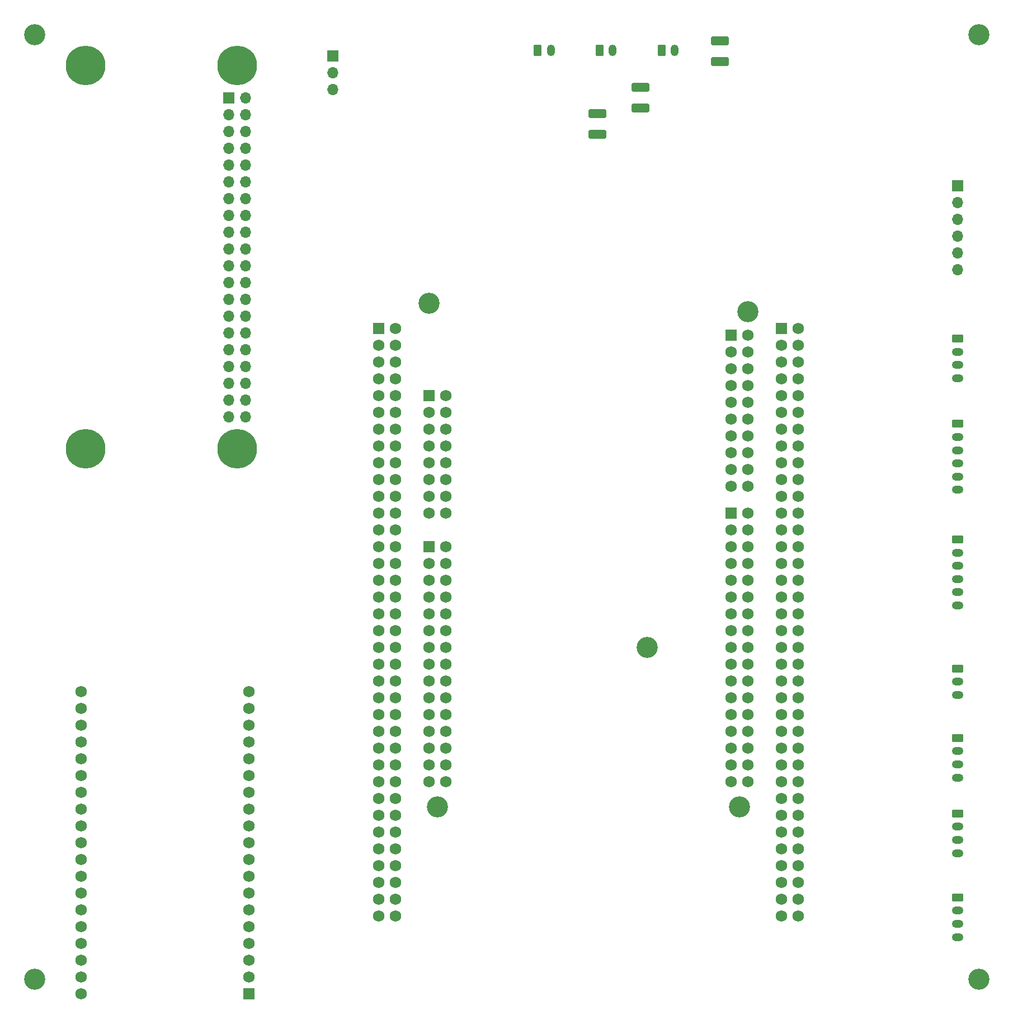
<source format=gbs>
G04 #@! TF.GenerationSoftware,KiCad,Pcbnew,7.0.10*
G04 #@! TF.CreationDate,2024-03-01T12:45:03+01:00*
G04 #@! TF.ProjectId,zapdos,7a617064-6f73-42e6-9b69-6361645f7063,rev?*
G04 #@! TF.SameCoordinates,Original*
G04 #@! TF.FileFunction,Soldermask,Bot*
G04 #@! TF.FilePolarity,Negative*
%FSLAX46Y46*%
G04 Gerber Fmt 4.6, Leading zero omitted, Abs format (unit mm)*
G04 Created by KiCad (PCBNEW 7.0.10) date 2024-03-01 12:45:03*
%MOMM*%
%LPD*%
G01*
G04 APERTURE LIST*
G04 Aperture macros list*
%AMRoundRect*
0 Rectangle with rounded corners*
0 $1 Rounding radius*
0 $2 $3 $4 $5 $6 $7 $8 $9 X,Y pos of 4 corners*
0 Add a 4 corners polygon primitive as box body*
4,1,4,$2,$3,$4,$5,$6,$7,$8,$9,$2,$3,0*
0 Add four circle primitives for the rounded corners*
1,1,$1+$1,$2,$3*
1,1,$1+$1,$4,$5*
1,1,$1+$1,$6,$7*
1,1,$1+$1,$8,$9*
0 Add four rect primitives between the rounded corners*
20,1,$1+$1,$2,$3,$4,$5,0*
20,1,$1+$1,$4,$5,$6,$7,0*
20,1,$1+$1,$6,$7,$8,$9,0*
20,1,$1+$1,$8,$9,$2,$3,0*%
G04 Aperture macros list end*
%ADD10RoundRect,0.250000X-0.625000X0.350000X-0.625000X-0.350000X0.625000X-0.350000X0.625000X0.350000X0*%
%ADD11O,1.750000X1.200000*%
%ADD12RoundRect,0.102000X0.765000X0.765000X-0.765000X0.765000X-0.765000X-0.765000X0.765000X-0.765000X0*%
%ADD13C,1.734000*%
%ADD14RoundRect,0.250000X-1.100000X0.412500X-1.100000X-0.412500X1.100000X-0.412500X1.100000X0.412500X0*%
%ADD15C,3.200000*%
%ADD16R,1.700000X1.700000*%
%ADD17O,1.700000X1.700000*%
%ADD18RoundRect,0.250000X-0.350000X-0.625000X0.350000X-0.625000X0.350000X0.625000X-0.350000X0.625000X0*%
%ADD19O,1.200000X1.750000*%
%ADD20C,6.000000*%
%ADD21RoundRect,0.102000X-0.765000X-0.765000X0.765000X-0.765000X0.765000X0.765000X-0.765000X0.765000X0*%
G04 APERTURE END LIST*
D10*
X174000000Y-72000000D03*
D11*
X174000000Y-74000000D03*
X174000000Y-76000000D03*
X174000000Y-78000000D03*
D12*
X66675000Y-171165000D03*
D13*
X66675000Y-168625000D03*
X66675000Y-166085000D03*
X66675000Y-163545000D03*
X66675000Y-161005000D03*
X66675000Y-158465000D03*
X66675000Y-155925000D03*
X66675000Y-153385000D03*
X66675000Y-150845000D03*
X66675000Y-148305000D03*
X66675000Y-145765000D03*
X66675000Y-143225000D03*
X66675000Y-140685000D03*
X66675000Y-138145000D03*
X66675000Y-135605000D03*
X66675000Y-133065000D03*
X66675000Y-130525000D03*
X66675000Y-127985000D03*
X66675000Y-125445000D03*
X41275000Y-125445000D03*
X41275000Y-127985000D03*
X41275000Y-130525000D03*
X41275000Y-133065000D03*
X41275000Y-135605000D03*
X41275000Y-138145000D03*
X41275000Y-140685000D03*
X41275000Y-143225000D03*
X41275000Y-145765000D03*
X41275000Y-148305000D03*
X41275000Y-150845000D03*
X41275000Y-153385000D03*
X41275000Y-155925000D03*
X41275000Y-158465000D03*
X41275000Y-161005000D03*
X41275000Y-163545000D03*
X41275000Y-166085000D03*
X41275000Y-168625000D03*
X41275000Y-171165000D03*
D14*
X138000000Y-26937500D03*
X138000000Y-30062500D03*
X119500000Y-41062500D03*
X119500000Y-37937500D03*
X126000000Y-34000000D03*
X126000000Y-37125000D03*
D15*
X34290000Y-168910000D03*
D16*
X79375000Y-29210000D03*
D17*
X79375000Y-31750000D03*
X79375000Y-34290000D03*
D10*
X173990000Y-156560000D03*
D11*
X173990000Y-158560000D03*
X173990000Y-160560000D03*
X173990000Y-162560000D03*
D16*
X173990000Y-48895000D03*
D17*
X173990000Y-51435000D03*
X173990000Y-53975000D03*
X173990000Y-56515000D03*
X173990000Y-59055000D03*
X173990000Y-61595000D03*
D10*
X173990000Y-132430000D03*
D11*
X173990000Y-134430000D03*
X173990000Y-136430000D03*
X173990000Y-138430000D03*
D18*
X129175000Y-28390000D03*
D19*
X131175000Y-28390000D03*
D10*
X173990000Y-121920000D03*
D11*
X173990000Y-123920000D03*
X173990000Y-125920000D03*
D10*
X173990000Y-84900000D03*
D11*
X173990000Y-86900000D03*
X173990000Y-88900000D03*
X173990000Y-90900000D03*
X173990000Y-92900000D03*
X173990000Y-94900000D03*
D15*
X177165000Y-168910000D03*
D10*
X173990000Y-102395000D03*
D11*
X173990000Y-104395000D03*
X173990000Y-106395000D03*
X173990000Y-108395000D03*
X173990000Y-110395000D03*
X173990000Y-112395000D03*
D18*
X119785000Y-28390000D03*
D19*
X121785000Y-28390000D03*
D15*
X177165000Y-26035000D03*
X34290000Y-26035000D03*
D18*
X110395000Y-28390000D03*
D19*
X112395000Y-28390000D03*
D20*
X41970000Y-30690000D03*
X41970000Y-88690000D03*
X64970000Y-30690000D03*
X64970000Y-88690000D03*
D16*
X63700000Y-35560000D03*
D17*
X66240000Y-35560000D03*
X63700000Y-38100000D03*
X66240000Y-38100000D03*
X63700000Y-40640000D03*
X66240000Y-40640000D03*
X63700000Y-43180000D03*
X66240000Y-43180000D03*
X63700000Y-45720000D03*
X66240000Y-45720000D03*
X63700000Y-48260000D03*
X66240000Y-48260000D03*
X63700000Y-50800000D03*
X66240000Y-50800000D03*
X63700000Y-53340000D03*
X66240000Y-53340000D03*
X63700000Y-55880000D03*
X66240000Y-55880000D03*
X63700000Y-58420000D03*
X66240000Y-58420000D03*
X63700000Y-60960000D03*
X66240000Y-60960000D03*
X63700000Y-63500000D03*
X66240000Y-63500000D03*
X63700000Y-66040000D03*
X66240000Y-66040000D03*
X63700000Y-68580000D03*
X66240000Y-68580000D03*
X63700000Y-71120000D03*
X66240000Y-71120000D03*
X63700000Y-73660000D03*
X66240000Y-73660000D03*
X63700000Y-76200000D03*
X66240000Y-76200000D03*
X63700000Y-78740000D03*
X66240000Y-78740000D03*
X63700000Y-81280000D03*
X66240000Y-81280000D03*
X63700000Y-83820000D03*
X66240000Y-83820000D03*
D15*
X93980000Y-66675000D03*
X95250000Y-142875000D03*
X127000000Y-118745000D03*
X140970000Y-142875000D03*
X142240000Y-67945000D03*
D21*
X139700000Y-71501000D03*
D13*
X142240000Y-71501000D03*
X139700000Y-74041000D03*
X142240000Y-74041000D03*
X139700000Y-76581000D03*
X142240000Y-76581000D03*
X139700000Y-79121000D03*
X142240000Y-79121000D03*
X139700000Y-81661000D03*
X142240000Y-81661000D03*
X139700000Y-84201000D03*
X142240000Y-84201000D03*
X139700000Y-86741000D03*
X142240000Y-86741000D03*
X139700000Y-89281000D03*
X142240000Y-89281000D03*
X139700000Y-91821000D03*
X142240000Y-91821000D03*
X139700000Y-94361000D03*
X142240000Y-94361000D03*
D21*
X93980000Y-80645000D03*
D13*
X96520000Y-80645000D03*
X93980000Y-83185000D03*
X96520000Y-83185000D03*
X93980000Y-85725000D03*
X96520000Y-85725000D03*
X93980000Y-88265000D03*
X96520000Y-88265000D03*
X93980000Y-90805000D03*
X96520000Y-90805000D03*
X93980000Y-93345000D03*
X96520000Y-93345000D03*
X93980000Y-95885000D03*
X96520000Y-95885000D03*
X93980000Y-98425000D03*
X96520000Y-98425000D03*
D21*
X93980000Y-103505000D03*
D13*
X96520000Y-103505000D03*
X93980000Y-106045000D03*
X96520000Y-106045000D03*
X93980000Y-108585000D03*
X96520000Y-108585000D03*
X93980000Y-111125000D03*
X96520000Y-111125000D03*
X93980000Y-113665000D03*
X96520000Y-113665000D03*
X93980000Y-116205000D03*
X96520000Y-116205000D03*
X93980000Y-118745000D03*
X96520000Y-118745000D03*
X93980000Y-121285000D03*
X96520000Y-121285000D03*
X93980000Y-123825000D03*
X96520000Y-123825000D03*
X93980000Y-126365000D03*
X96520000Y-126365000D03*
X93980000Y-128905000D03*
X96520000Y-128905000D03*
X93980000Y-131445000D03*
X96520000Y-131445000D03*
X93980000Y-133985000D03*
X96520000Y-133985000D03*
X93980000Y-136525000D03*
X96520000Y-136525000D03*
X93980000Y-139065000D03*
X96520000Y-139065000D03*
D21*
X139700000Y-98425000D03*
D13*
X142240000Y-98425000D03*
X139700000Y-100965000D03*
X142240000Y-100965000D03*
X139700000Y-103505000D03*
X142240000Y-103505000D03*
X139700000Y-106045000D03*
X142240000Y-106045000D03*
X139700000Y-108585000D03*
X142240000Y-108585000D03*
X139700000Y-111125000D03*
X142240000Y-111125000D03*
X139700000Y-113665000D03*
X142240000Y-113665000D03*
X139700000Y-116205000D03*
X142240000Y-116205000D03*
X139700000Y-118745000D03*
X142240000Y-118745000D03*
X139700000Y-121285000D03*
X142240000Y-121285000D03*
X139700000Y-123825000D03*
X142240000Y-123825000D03*
X139700000Y-126365000D03*
X142240000Y-126365000D03*
X139700000Y-128905000D03*
X142240000Y-128905000D03*
X139700000Y-131445000D03*
X142240000Y-131445000D03*
X139700000Y-133985000D03*
X142240000Y-133985000D03*
X139700000Y-136525000D03*
X142240000Y-136525000D03*
X139700000Y-139065000D03*
X142240000Y-139065000D03*
D21*
X86360000Y-70485000D03*
D13*
X88900000Y-70485000D03*
X86360000Y-73025000D03*
X88900000Y-73025000D03*
X86360000Y-75565000D03*
X88900000Y-75565000D03*
X86360000Y-78105000D03*
X88900000Y-78105000D03*
X86360000Y-80645000D03*
X88900000Y-80645000D03*
X86360000Y-83185000D03*
X88900000Y-83185000D03*
X86360000Y-85725000D03*
X88900000Y-85725000D03*
X86360000Y-88265000D03*
X88900000Y-88265000D03*
X86360000Y-90805000D03*
X88900000Y-90805000D03*
X86360000Y-93345000D03*
X88900000Y-93345000D03*
X86360000Y-95885000D03*
X88900000Y-95885000D03*
X86360000Y-98425000D03*
X88900000Y-98425000D03*
X86360000Y-100965000D03*
X88900000Y-100965000D03*
X86360000Y-103505000D03*
X88900000Y-103505000D03*
X86360000Y-106045000D03*
X88900000Y-106045000D03*
X86360000Y-108585000D03*
X88900000Y-108585000D03*
X86360000Y-111125000D03*
X88900000Y-111125000D03*
X86360000Y-113665000D03*
X88900000Y-113665000D03*
X86360000Y-116205000D03*
X88900000Y-116205000D03*
X86360000Y-118745000D03*
X88900000Y-118745000D03*
X86360000Y-121285000D03*
X88900000Y-121285000D03*
X86360000Y-123825000D03*
X88900000Y-123825000D03*
X86360000Y-126365000D03*
X88900000Y-126365000D03*
X86360000Y-128905000D03*
X88900000Y-128905000D03*
X86360000Y-131445000D03*
X88900000Y-131445000D03*
X86360000Y-133985000D03*
X88900000Y-133985000D03*
X86360000Y-136525000D03*
X88900000Y-136525000D03*
X86360000Y-139065000D03*
X88900000Y-139065000D03*
X86360000Y-141605000D03*
X88900000Y-141605000D03*
X86360000Y-144145000D03*
X88900000Y-144145000D03*
X86360000Y-146685000D03*
X88900000Y-146685000D03*
X86360000Y-149225000D03*
X88900000Y-149225000D03*
X86360000Y-151765000D03*
X88900000Y-151765000D03*
X86360000Y-154305000D03*
X88900000Y-154305000D03*
X86360000Y-156845000D03*
X88900000Y-156845000D03*
X86360000Y-159385000D03*
X88900000Y-159385000D03*
D21*
X147320000Y-70505000D03*
D13*
X149860000Y-70505000D03*
X147320000Y-73045000D03*
X149860000Y-73045000D03*
X147320000Y-75585000D03*
X149860000Y-75585000D03*
X147320000Y-78125000D03*
X149860000Y-78125000D03*
X147320000Y-80665000D03*
X149860000Y-80665000D03*
X147320000Y-83205000D03*
X149860000Y-83205000D03*
X147320000Y-85745000D03*
X149860000Y-85745000D03*
X147320000Y-88285000D03*
X149860000Y-88285000D03*
X147320000Y-90825000D03*
X149860000Y-90825000D03*
X147320000Y-93365000D03*
X149860000Y-93365000D03*
X147320000Y-95905000D03*
X149860000Y-95905000D03*
X147320000Y-98445000D03*
X149860000Y-98445000D03*
X147320000Y-100985000D03*
X149860000Y-100985000D03*
X147320000Y-103525000D03*
X149860000Y-103525000D03*
X147320000Y-106065000D03*
X149860000Y-106065000D03*
X147320000Y-108605000D03*
X149860000Y-108605000D03*
X147320000Y-111145000D03*
X149860000Y-111145000D03*
X147320000Y-113685000D03*
X149860000Y-113685000D03*
X147320000Y-116225000D03*
X149860000Y-116225000D03*
X147320000Y-118765000D03*
X149860000Y-118765000D03*
X147320000Y-121305000D03*
X149860000Y-121305000D03*
X147320000Y-123845000D03*
X149860000Y-123845000D03*
X147320000Y-126385000D03*
X149860000Y-126385000D03*
X147320000Y-128925000D03*
X149860000Y-128925000D03*
X147320000Y-131465000D03*
X149860000Y-131465000D03*
X147320000Y-134005000D03*
X149860000Y-134005000D03*
X147320000Y-136545000D03*
X149860000Y-136545000D03*
X147320000Y-139085000D03*
X149860000Y-139085000D03*
X147320000Y-141625000D03*
X149860000Y-141625000D03*
X147320000Y-144165000D03*
X149860000Y-144165000D03*
X147320000Y-146705000D03*
X149860000Y-146705000D03*
X147320000Y-149245000D03*
X149860000Y-149245000D03*
X147320000Y-151785000D03*
X149860000Y-151785000D03*
X147320000Y-154325000D03*
X149860000Y-154325000D03*
X147320000Y-156865000D03*
X149860000Y-156865000D03*
X147320000Y-159405000D03*
X149860000Y-159405000D03*
D10*
X173990000Y-143860000D03*
D11*
X173990000Y-145860000D03*
X173990000Y-147860000D03*
X173990000Y-149860000D03*
M02*

</source>
